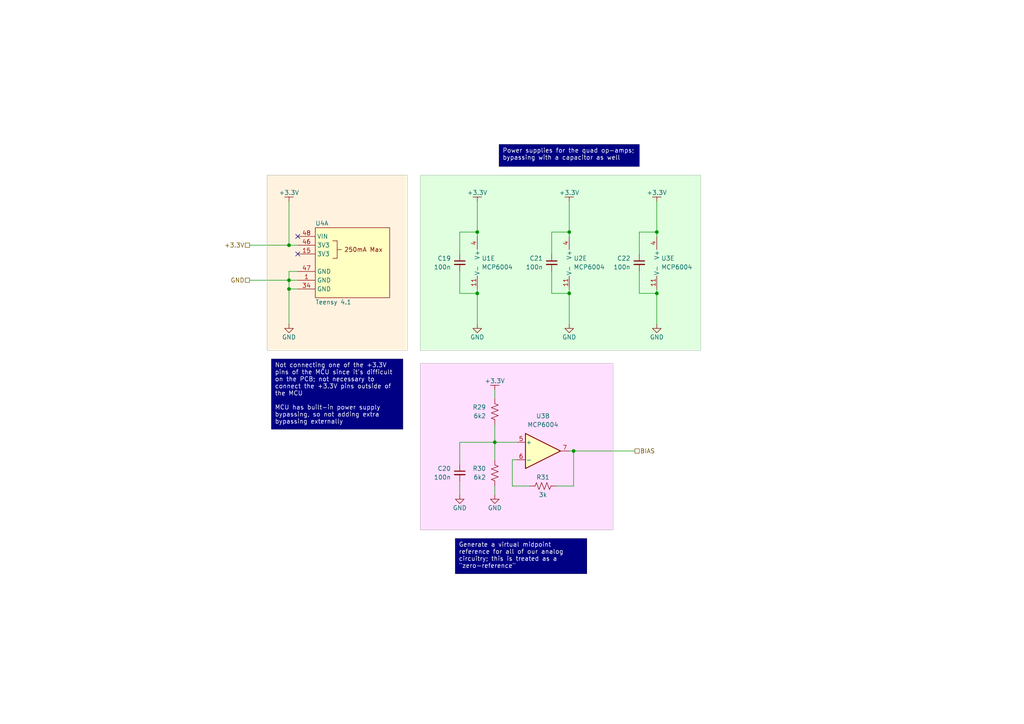
<source format=kicad_sch>
(kicad_sch (version 20230121) (generator eeschema)
  (paper "A4")
  (title_block (title "Digital Audio Effects Processor") (date "2023-11-26") (rev "A") (company "Ishaan Govindarajan"))
  (lib_symbols
    (symbol "Custom-AnalogIC:MCP6004" (pin_names (offset 0.127))
      (property "Reference" "U" (at 0 5.08 0))
      (property "Value" "MCP6004" (at 0 -5.08 0))
      (symbol "MCP6004_1_1"
        (polyline (pts (xy -5.08 5.08) (xy 5.08 0) (xy -5.08 -5.08) (xy -5.08 5.08)) (stroke (width 0.254)) (fill (type background)))
        (pin output line (at 7.62 0 180) (length 2.54) (name "~") (number "1"))
        (pin input line (at -7.62 -2.54 0) (length 2.54) (name "-") (number "2"))
        (pin input line (at -7.62 2.54 0) (length 2.54) (name "+") (number "3"))
      )
      (symbol "MCP6004_2_1"
        (polyline (pts (xy -5.08 5.08) (xy 5.08 0) (xy -5.08 -5.08) (xy -5.08 5.08)) (stroke (width 0.254)) (fill (type background)))
        (pin input line (at -7.62 2.54 0) (length 2.54) (name "+") (number "5"))
        (pin input line (at -7.62 -2.54 0) (length 2.54) (name "-") (number "6"))
        (pin output line (at 7.62 0 180) (length 2.54) (name "~") (number "7"))
      )
      (symbol "MCP6004_3_1"
        (polyline (pts (xy -5.08 5.08) (xy 5.08 0) (xy -5.08 -5.08) (xy -5.08 5.08)) (stroke (width 0.254)) (fill (type background)))
        (pin input line (at -7.62 2.54 0) (length 2.54) (name "+") (number "10"))
        (pin output line (at 7.62 0 180) (length 2.54) (name "~") (number "8"))
        (pin input line (at -7.62 -2.54 0) (length 2.54) (name "-") (number "9"))
      )
      (symbol "MCP6004_4_1"
        (polyline (pts (xy -5.08 5.08) (xy 5.08 0) (xy -5.08 -5.08) (xy -5.08 5.08)) (stroke (width 0.254)) (fill (type background)))
        (pin input line (at -7.62 2.54 0) (length 2.54) (name "+") (number "12"))
        (pin input line (at -7.62 -2.54 0) (length 2.54) (name "-") (number "13"))
        (pin output line (at 7.62 0 180) (length 2.54) (name "~") (number "14"))
      )
      (symbol "MCP6004_5_1"
        (pin power_in line (at -2.54 -7.62 90) (length 3.81) (name "V-") (number "11"))
        (pin power_in line (at -2.54 7.62 270) (length 3.81) (name "V+") (number "4"))
      )
    )
    (symbol "Custom-CapacitorTHT:R82DC3100AA50J" (pin_numbers hide) (pin_names (offset 0.254) hide)
      (property "Reference" "C" (at 0.254 1.778 0))
      (property "Value" "100n" (at 0.254 -2.032 0))
      (symbol "R82DC3100AA50J_0_1"
        (polyline (pts (xy -1.524 -0.508) (xy 1.524 -0.508)) (stroke (width 0.3302)))
        (polyline (pts (xy -1.524 0.508) (xy 1.524 0.508)) (stroke (width 0.3048)))
      )
      (symbol "R82DC3100AA50J_1_1"
        (pin passive line (at 0 2.54 270) (length 2.032) (name "~") (number "1"))
        (pin passive line (at 0 -2.54 90) (length 2.032) (name "~") (number "2"))
      )
    )
    (symbol "Custom-PwrSym:+3.3V" (power) (pin_names (offset 0))
      (property "Value" "+3.3V" (at 0 2.54 0))
      (symbol "+3.3V_0_1"
        (polyline (pts (xy -1.27 1.27) (xy 1.27 1.27)))
        (polyline (pts (xy 0 0) (xy 0 1.27)))
      )
      (symbol "+3.3V_1_1"
        (pin power_in line (at 0 0 90) (length 0) hide (name "+3.3V") (number "1"))
      )
    )
    (symbol "Custom-ResistorTHT:MFR-25FRF52-3K" (pin_numbers hide) (pin_names (offset 0))
      (property "Reference" "R" (at 2.54 0 90))
      (property "Value" "3k" (at -2.54 0 90))
      (symbol "MFR-25FRF52-3K_0_1"
        (polyline (pts (xy 0 -2.286) (xy 0 -2.54)))
        (polyline (pts (xy 0 2.286) (xy 0 2.54)))
        (polyline (pts (xy 0 -0.762) (xy 1.016 -1.143) (xy 0 -1.524) (xy -1.016 -1.905) (xy 0 -2.286)))
        (polyline (pts (xy 0 0.762) (xy 1.016 0.381) (xy 0 0) (xy -1.016 -0.381) (xy 0 -0.762)))
        (polyline (pts (xy 0 2.286) (xy 1.016 1.905) (xy 0 1.524) (xy -1.016 1.143) (xy 0 0.762)))
      )
      (symbol "MFR-25FRF52-3K_1_1"
        (pin passive line (at 0 3.81 270) (length 1.27) (name "~") (number "1"))
        (pin passive line (at 0 -3.81 90) (length 1.27) (name "~") (number "2"))
      )
    )
    (symbol "Custom-ResistorTHT:MFR-25FRF52-6K2" (pin_numbers hide) (pin_names (offset 0))
      (property "Reference" "R" (at 2.54 0 90))
      (property "Value" "6k2" (at -2.54 0 90))
      (symbol "MFR-25FRF52-6K2_0_1"
        (polyline (pts (xy 0 -2.286) (xy 0 -2.54)))
        (polyline (pts (xy 0 2.286) (xy 0 2.54)))
        (polyline (pts (xy 0 -0.762) (xy 1.016 -1.143) (xy 0 -1.524) (xy -1.016 -1.905) (xy 0 -2.286)))
        (polyline (pts (xy 0 0.762) (xy 1.016 0.381) (xy 0 0) (xy -1.016 -0.381) (xy 0 -0.762)))
        (polyline (pts (xy 0 2.286) (xy 1.016 1.905) (xy 0 1.524) (xy -1.016 1.143) (xy 0 0.762)))
      )
      (symbol "MFR-25FRF52-6K2_1_1"
        (pin passive line (at 0 3.81 270) (length 1.27) (name "~") (number "1"))
        (pin passive line (at 0 -3.81 90) (length 1.27) (name "~") (number "2"))
      )
    )
    (symbol "Daughterboards:Teensy_4_1_Basic"
      (property "Reference" "U" (at -13.97 19.05 0))
      (property "Value" "Teensy 4.1" (at 10.16 -19.05 0))
      (symbol "Teensy_4_1_Basic_0_1"
        (rectangle (start -10.16 -7.62) (end -10.16 -7.62))
      )
      (symbol "Teensy_4_1_Basic_1_0"
        (pin power_out line (at -15.24 -5.08 0) (length 5.08) (name "GND") (number "1"))
        (pin power_out line (at -15.24 2.54 0) (length 5.08) (name "3V3") (number "15"))
        (pin power_out line (at -15.24 -7.62 0) (length 5.08) (name "GND") (number "34"))
        (pin power_out line (at -15.24 5.08 0) (length 5.08) (name "3V3") (number "46"))
        (pin power_out line (at -15.24 -2.54 0) (length 5.08) (name "GND") (number "47"))
        (pin power_out line (at -15.24 7.62 0) (length 5.08) (name "VIN") (number "48"))
      )
      (symbol "Teensy_4_1_Basic_1_1"
        (rectangle (start -10.16 10.16) (end 11.43 -10.16) (fill (type background)))
        (polyline (pts (xy -5.08 1.27) (xy -3.81 1.27)))
        (polyline (pts (xy -3.81 3.81) (xy -2.54 3.81)))
        (polyline (pts (xy -3.81 6.35) (xy -5.08 6.35)))
        (polyline (pts (xy -3.81 6.35) (xy -3.81 1.27)))
        (text "250mA Max" (at 3.81 3.81 0) (effects (font (size 1.27 1.27))))
      )
      (symbol "Teensy_4_1_Basic_2_0"
        (pin bidirectional line (at -20.32 -5.08 0) (length 5.08) (name "~PIN_8") (number "10"))
        (pin bidirectional line (at -20.32 -7.62 0) (length 5.08) (name "~PIN_9") (number "11"))
        (pin bidirectional line (at -20.32 -10.16 0) (length 5.08) (name "~PIN_10") (number "12"))
        (pin bidirectional line (at -20.32 -12.7 0) (length 5.08) (name "~PIN_11") (number "13"))
        (pin bidirectional line (at -20.32 -15.24 0) (length 5.08) (name "~PIN_12") (number "14"))
        (pin bidirectional line (at -20.32 15.24 0) (length 5.08) (name "~PIN_0") (number "2"))
        (pin bidirectional line (at 20.32 -12.7 180) (length 5.08) (name "~PIN_13") (number "35"))
        (pin bidirectional line (at 20.32 -10.16 180) (length 5.08) (name "~(A0)PIN_14") (number "36"))
        (pin bidirectional line (at 20.32 -7.62 180) (length 5.08) (name "~(A1)PIN_15") (number "37"))
        (pin bidirectional line (at 20.32 -5.08 180) (length 5.08) (name "(A2)PIN_16") (number "38"))
        (pin bidirectional line (at 20.32 -2.54 180) (length 5.08) (name "(A3)PIN_17") (number "39"))
        (pin bidirectional line (at 20.32 0 180) (length 5.08) (name "(A4)PIN_18") (number "40"))
        (pin bidirectional line (at 20.32 2.54 180) (length 5.08) (name "(A5)PIN_19") (number "41"))
        (pin bidirectional line (at 20.32 5.08 180) (length 5.08) (name "(A6)PIN_20") (number "42"))
        (pin bidirectional line (at 20.32 7.62 180) (length 5.08) (name "(A7)PIN_21") (number "43"))
        (pin bidirectional line (at 20.32 10.16 180) (length 5.08) (name "(A8)PIN_22") (number "44"))
        (pin bidirectional line (at 20.32 12.7 180) (length 5.08) (name "(A9)PIN_23") (number "45"))
        (pin bidirectional line (at -20.32 7.62 0) (length 5.08) (name "~PIN_3") (number "5"))
        (pin bidirectional line (at -20.32 5.08 0) (length 5.08) (name "~PIN_4") (number "6"))
        (pin bidirectional line (at -20.32 2.54 0) (length 5.08) (name "~PIN_5") (number "7"))
        (pin bidirectional line (at -20.32 0 0) (length 5.08) (name "~PIN_6") (number "8"))
        (pin bidirectional line (at -20.32 -2.54 0) (length 5.08) (name "~PIN_7") (number "9"))
      )
      (symbol "Teensy_4_1_Basic_2_1"
        (rectangle (start -15.24 17.78) (end 15.24 -17.78) (fill (type background)))
        (pin bidirectional line (at -20.32 12.7 0) (length 5.08) (name "~PIN_1") (number "3"))
        (pin bidirectional line (at -20.32 10.16 0) (length 5.08) (name "~PIN_2") (number "4"))
      )
      (symbol "Teensy_4_1_Basic_3_0"
        (pin bidirectional line (at -20.32 10.16 0) (length 5.08) (name "~PIN_24(A10)") (number "16"))
        (pin bidirectional line (at -20.32 7.62 0) (length 5.08) (name "~PIN_25(A11)") (number "17"))
        (pin bidirectional line (at -20.32 5.08 0) (length 5.08) (name "PIN_26(A12)") (number "18"))
        (pin bidirectional line (at -20.32 2.54 0) (length 5.08) (name "PIN_27(A13)") (number "19"))
        (pin bidirectional line (at -20.32 0 0) (length 5.08) (name "~PIN_28") (number "20"))
        (pin bidirectional line (at -20.32 -2.54 0) (length 5.08) (name "~PIN_29") (number "21"))
        (pin bidirectional line (at -20.32 -5.08 0) (length 5.08) (name "PIN_30") (number "22"))
        (pin bidirectional line (at -20.32 -7.62 0) (length 5.08) (name "PIN_31") (number "23"))
        (pin bidirectional line (at -20.32 -10.16 0) (length 5.08) (name "PIN_32") (number "24"))
        (pin bidirectional line (at 20.32 -10.16 180) (length 5.08) (name "~PIN_33") (number "25"))
        (pin bidirectional line (at 20.32 -7.62 180) (length 5.08) (name "PIN_34") (number "26"))
        (pin bidirectional line (at 20.32 -5.08 180) (length 5.08) (name "PIN_35") (number "27"))
        (pin bidirectional line (at 20.32 -2.54 180) (length 5.08) (name "~PIN_36") (number "28"))
        (pin bidirectional line (at 20.32 0 180) (length 5.08) (name "~PIN_37") (number "29"))
        (pin bidirectional line (at 20.32 2.54 180) (length 5.08) (name "(A14)PIN_38") (number "30"))
        (pin bidirectional line (at 20.32 5.08 180) (length 5.08) (name "(A15)PIN_39") (number "31"))
        (pin bidirectional line (at 20.32 7.62 180) (length 5.08) (name "(A16)PIN_40") (number "32"))
        (pin bidirectional line (at 20.32 10.16 180) (length 5.08) (name "(A17)PIN_41") (number "33"))
      )
      (symbol "Teensy_4_1_Basic_3_1"
        (rectangle (start -15.24 12.7) (end 15.24 -12.7) (fill (type background)))
      )
    )
    (symbol "power:GND" (power) (pin_names (offset 0))
      (property "Value" "GND" (at 0 -3.81 0))
      (symbol "GND_0_1"
        (polyline (pts (xy 0 0) (xy 0 -1.27) (xy 1.27 -1.27) (xy 0 -2.54) (xy -1.27 -1.27) (xy 0 -1.27)))
      )
      (symbol "GND_1_1"
        (pin power_in line (at 0 0 270) (length 0) hide (name "GND") (number "1"))
      )
    )
  )
  (junction (at 166.37 130.81))
  (junction (at 143.51 128.27))
  (junction (at 83.82 71.12))
  (junction (at 138.43 67.31))
  (junction (at 83.82 83.82))
  (junction (at 165.1 85.09))
  (junction (at 190.5 85.09))
  (junction (at 138.43 85.09))
  (junction (at 83.82 81.28))
  (junction (at 190.5 67.31))
  (junction (at 165.1 67.31))
  (no_connect (at 86.36 73.66))
  (no_connect (at 86.36 68.58))
  (wire (pts (xy 190.5 67.31) (xy 185.42 67.31)))
  (wire (pts (xy 185.42 78.74) (xy 185.42 85.09)))
  (wire (pts (xy 83.82 81.28) (xy 86.36 81.28)))
  (wire (pts (xy 143.51 123.19) (xy 143.51 128.27)))
  (wire (pts (xy 138.43 67.31) (xy 138.43 68.58)))
  (wire (pts (xy 160.02 67.31) (xy 160.02 73.66)))
  (wire (pts (xy 138.43 67.31) (xy 133.35 67.31)))
  (wire (pts (xy 148.59 140.97) (xy 153.67 140.97)))
  (wire (pts (xy 143.51 128.27) (xy 133.35 128.27)))
  (wire (pts (xy 83.82 83.82) (xy 86.36 83.82)))
  (wire (pts (xy 143.51 140.97) (xy 143.51 143.51)))
  (wire (pts (xy 190.5 83.82) (xy 190.5 85.09)))
  (wire (pts (xy 72.39 71.12) (xy 83.82 71.12)))
  (wire (pts (xy 166.37 130.81) (xy 165.1 130.81)))
  (wire (pts (xy 185.42 67.31) (xy 185.42 73.66)))
  (wire (pts (xy 133.35 85.09) (xy 138.43 85.09)))
  (wire (pts (xy 72.39 81.28) (xy 83.82 81.28)))
  (wire (pts (xy 165.1 58.42) (xy 165.1 67.31)))
  (wire (pts (xy 190.5 58.42) (xy 190.5 67.31)))
  (wire (pts (xy 166.37 140.97) (xy 166.37 130.81)))
  (wire (pts (xy 165.1 67.31) (xy 160.02 67.31)))
  (wire (pts (xy 138.43 83.82) (xy 138.43 85.09)))
  (wire (pts (xy 83.82 58.42) (xy 83.82 71.12)))
  (wire (pts (xy 133.35 67.31) (xy 133.35 73.66)))
  (wire (pts (xy 190.5 85.09) (xy 190.5 93.98)))
  (wire (pts (xy 149.86 133.35) (xy 148.59 133.35)))
  (wire (pts (xy 166.37 130.81) (xy 184.15 130.81)))
  (wire (pts (xy 83.82 71.12) (xy 86.36 71.12)))
  (wire (pts (xy 143.51 128.27) (xy 143.51 133.35)))
  (wire (pts (xy 138.43 58.42) (xy 138.43 67.31)))
  (wire (pts (xy 133.35 139.7) (xy 133.35 143.51)))
  (wire (pts (xy 190.5 67.31) (xy 190.5 68.58)))
  (wire (pts (xy 160.02 85.09) (xy 165.1 85.09)))
  (wire (pts (xy 160.02 78.74) (xy 160.02 85.09)))
  (wire (pts (xy 83.82 83.82) (xy 83.82 93.98)))
  (wire (pts (xy 138.43 85.09) (xy 138.43 93.98)))
  (wire (pts (xy 143.51 113.03) (xy 143.51 115.57)))
  (wire (pts (xy 83.82 81.28) (xy 83.82 83.82)))
  (wire (pts (xy 165.1 83.82) (xy 165.1 85.09)))
  (wire (pts (xy 83.82 78.74) (xy 83.82 81.28)))
  (wire (pts (xy 133.35 78.74) (xy 133.35 85.09)))
  (wire (pts (xy 148.59 133.35) (xy 148.59 140.97)))
  (wire (pts (xy 133.35 128.27) (xy 133.35 134.62)))
  (wire (pts (xy 161.29 140.97) (xy 166.37 140.97)))
  (wire (pts (xy 165.1 67.31) (xy 165.1 68.58)))
  (wire (pts (xy 143.51 128.27) (xy 149.86 128.27)))
  (wire (pts (xy 185.42 85.09) (xy 190.5 85.09)))
  (wire (pts (xy 86.36 78.74) (xy 83.82 78.74)))
  (wire (pts (xy 165.1 85.09) (xy 165.1 93.98)))
  (rectangle (start 121.92 105.41) (end 177.8 153.67) (stroke (width 0) (color 200 175 200 1)) (fill (type color) (color 255 223 255 1)))
  (rectangle (start 121.92 50.8) (end 203.2 101.6) (stroke (width 0) (color 175 200 175 1)) (fill (type color) (color 223 255 223 1)))
  (rectangle (start 77.47 50.8) (end 118.11 101.6) (stroke (width 0) (color 200 190 175 1)) (fill (type color) (color 255 242 223 1)))
  (text_box "Power supplies for the quad op-amps; bypassing with a capacitor as well" (at 144.78 41.91 0) (size 40.64 6.35) (stroke (width 0) (color 0 0 72 1)) (fill (type color) (color 0 0 132 1)) (effects (font (size 1.27 1.27)) (justify left top)))
  (text_box "Generate a virtual midpoint reference for all of our analog circuitry; this is treated as a \"zero-reference\"" (at 132.08 156.21 0) (size 38.1 10.16) (stroke (width 0) (color 0 0 72 1)) (fill (type color) (color 0 0 132 1)) (effects (font (size 1.27 1.27)) (justify left top)))
  (text_box "Not connecting one of the +3.3V pins of the MCU since it's difficult on the PCB; not necessary to connect the +3.3V pins outside of the MCU\n\nMCU has built-in power supply bypassing, so not adding extra bypassing externally" (at 78.74 104.14 0) (size 38.1 20.32) (stroke (width 0) (color 0 0 72 1)) (fill (type color) (color 0 0 132 1)) (effects (font (size 1.27 1.27)) (justify left top)))
  (hierarchical_label "+3.3V" (shape passive) (at 72.39 71.12 180))
  (hierarchical_label "GND" (shape passive) (at 72.39 81.28 180))
  (hierarchical_label "BIAS" (shape passive) (at 184.15 130.81 0))
  (symbol (lib_id "Custom-PwrSym:+3.3V") (at 143.51 113.03 0) (unit 1)
    (property "Reference" "#PWR016" (effects hide))
    (property "Value" "+3.3V" (at 143.51 110.49 0))
  )
  (symbol (lib_id "power:GND") (at 165.1 93.98 0) (unit 1)
    (property "Reference" "#PWR019" (effects hide))
    (property "Value" "GND" (at 165.1 97.79 0))
  )
  (symbol (lib_id "Daughterboards:Teensy_4_1_Basic") (at 101.6 76.2 0) (unit 1)
    (property "Reference" "U4" (at 91.44 64.77 0) (effects (justify left)))
    (property "Value" "Teensy 4.1" (at 91.44 87.63 0) (effects (justify left)))
    (property "Footprint" "Daughterboards:Teensy_4_1_Basic_Socket" (effects hide))
    (property "Datasheet" "https://www.pjrc.com/store/teensy41.html" (effects hide))
    (property "Manufacturer" "SparkFun Electronics" (effects hide))
    (property "Part Number" "DEV-20359" (effects hide))
  )
  (symbol (lib_id "Custom-CapacitorTHT:R82DC3100AA50J") (at 133.35 76.2 0) (unit 1)
    (property "Reference" "C19" (at 130.81 74.9363 0) (effects (justify right)))
    (property "Value" "100n" (at 130.81 77.4763 0) (effects (justify right)))
    (property "Footprint" "Custom-RLC:C_Rect_L7.2mm_W2.5mm_H6.6mm_P5.00mm_MODIFIED" (effects hide))
    (property "Datasheet" "https://connect.kemet.com:7667/gateway/IntelliData-ComponentDocumentation/1.0/download/datasheet/R82EC2100AA50J" (effects hide))
    (property "Manufacturer" "KEMET" (effects hide))
    (property "Part Number" "R82DC3100AA50J" (effects hide))
  )
  (symbol (lib_id "power:GND") (at 83.82 93.98 0) (unit 1)
    (property "Reference" "#PWR012" (effects hide))
    (property "Value" "GND" (at 83.82 97.79 0))
  )
  (symbol (lib_id "Custom-ResistorTHT:MFR-25FRF52-6K2") (at 143.51 137.16 0) (unit 1)
    (property "Reference" "R30" (at 140.97 135.89 0) (effects (justify right)))
    (property "Value" "6k2" (at 140.97 138.43 0) (effects (justify right)))
    (property "Footprint" "Resistor_THT:R_Axial_DIN0207_L6.3mm_D2.5mm_P10.16mm_Horizontal" (effects hide))
    (property "Datasheet" "https://www.yageo.com/upload/media/product/productsearch/datasheet/lr/YAGEO%20MFR_datasheet_2023v3.pdf" (effects hide))
    (property "Manufacturer" "YAGEO" (effects hide))
    (property "Part Number" "MFR-25FRF52-6K2" (effects hide))
  )
  (symbol (lib_id "power:GND") (at 143.51 143.51 0) (unit 1)
    (property "Reference" "#PWR017" (effects hide))
    (property "Value" "GND" (at 143.51 147.32 0))
  )
  (symbol (lib_id "power:GND") (at 133.35 143.51 0) (unit 1)
    (property "Reference" "#PWR013" (effects hide))
    (property "Value" "GND" (at 133.35 147.32 0))
  )
  (symbol (lib_id "Custom-CapacitorTHT:R82DC3100AA50J") (at 133.35 137.16 0) (unit 1)
    (property "Reference" "C20" (at 130.81 135.8963 0) (effects (justify right)))
    (property "Value" "100n" (at 130.81 138.4363 0) (effects (justify right)))
    (property "Footprint" "Custom-RLC:C_Rect_L7.2mm_W2.5mm_H6.6mm_P5.00mm_MODIFIED" (effects hide))
    (property "Datasheet" "https://connect.kemet.com:7667/gateway/IntelliData-ComponentDocumentation/1.0/download/datasheet/R82EC2100AA50J" (effects hide))
    (property "Manufacturer" "KEMET" (effects hide))
    (property "Part Number" "R82DC3100AA50J" (effects hide))
  )
  (symbol (lib_id "Custom-PwrSym:+3.3V") (at 138.43 58.42 0) (unit 1)
    (property "Reference" "#PWR014" (effects hide))
    (property "Value" "+3.3V" (at 138.43 55.88 0))
  )
  (symbol (lib_id "Custom-PwrSym:+3.3V") (at 165.1 58.42 0) (unit 1)
    (property "Reference" "#PWR018" (effects hide))
    (property "Value" "+3.3V" (at 165.1 55.88 0))
  )
  (symbol (lib_id "Custom-PwrSym:+3.3V") (at 190.5 58.42 0) (unit 1)
    (property "Reference" "#PWR020" (effects hide))
    (property "Value" "+3.3V" (at 190.5 55.88 0))
  )
  (symbol (lib_id "Custom-AnalogIC:MCP6004") (at 140.97 76.2 0) (unit 5)
    (property "Reference" "U1" (at 139.7 74.93 0) (effects (justify left)))
    (property "Value" "MCP6004" (at 139.7 77.47 0) (effects (justify left)))
    (property "Footprint" "Custom-IC:DIP-14_W7.62mm_Socket_LongPads_IC" (effects hide))
    (property "Datasheet" "https://ww1.microchip.com/downloads/en/DeviceDoc/MCP6001-1R-1U-2-4-1-MHz-Low-Power-Op-Amp-DS20001733L.pdf" (effects hide))
    (property "Manufacturer" "Microchip Technology" (effects hide))
    (property "Part Number" "MCP6004-I/P" (effects hide))
  )
  (symbol (lib_id "power:GND") (at 190.5 93.98 0) (unit 1)
    (property "Reference" "#PWR021" (effects hide))
    (property "Value" "GND" (at 190.5 97.79 0))
  )
  (symbol (lib_id "Custom-PwrSym:+3.3V") (at 83.82 58.42 0) (unit 1)
    (property "Reference" "#PWR011" (effects hide))
    (property "Value" "+3.3V" (at 83.82 55.88 0))
  )
  (symbol (lib_id "Custom-CapacitorTHT:R82DC3100AA50J") (at 185.42 76.2 0) (unit 1)
    (property "Reference" "C22" (at 182.88 74.9363 0) (effects (justify right)))
    (property "Value" "100n" (at 182.88 77.4763 0) (effects (justify right)))
    (property "Footprint" "Custom-RLC:C_Rect_L7.2mm_W2.5mm_H6.6mm_P5.00mm_MODIFIED" (effects hide))
    (property "Datasheet" "https://connect.kemet.com:7667/gateway/IntelliData-ComponentDocumentation/1.0/download/datasheet/R82EC2100AA50J" (effects hide))
    (property "Manufacturer" "KEMET" (effects hide))
    (property "Part Number" "R82DC3100AA50J" (effects hide))
  )
  (symbol (lib_id "Custom-AnalogIC:MCP6004") (at 193.04 76.2 0) (unit 5)
    (property "Reference" "U3" (at 191.77 74.93 0) (effects (justify left)))
    (property "Value" "MCP6004" (at 191.77 77.47 0) (effects (justify left)))
    (property "Footprint" "Custom-IC:DIP-14_W7.62mm_Socket_LongPads_IC" (effects hide))
    (property "Datasheet" "https://ww1.microchip.com/downloads/en/DeviceDoc/MCP6001-1R-1U-2-4-1-MHz-Low-Power-Op-Amp-DS20001733L.pdf" (effects hide))
    (property "Manufacturer" "Microchip Technology" (effects hide))
    (property "Part Number" "MCP6004-I/P" (effects hide))
  )
  (symbol (lib_id "Custom-ResistorTHT:MFR-25FRF52-6K2") (at 143.51 119.38 0) (unit 1)
    (property "Reference" "R29" (at 140.97 118.11 0) (effects (justify right)))
    (property "Value" "6k2" (at 140.97 120.65 0) (effects (justify right)))
    (property "Footprint" "Resistor_THT:R_Axial_DIN0207_L6.3mm_D2.5mm_P10.16mm_Horizontal" (effects hide))
    (property "Datasheet" "https://www.yageo.com/upload/media/product/productsearch/datasheet/lr/YAGEO%20MFR_datasheet_2023v3.pdf" (effects hide))
    (property "Manufacturer" "YAGEO" (effects hide))
    (property "Part Number" "MFR-25FRF52-6K2" (effects hide))
  )
  (symbol (lib_id "Custom-AnalogIC:MCP6004") (at 167.64 76.2 0) (unit 5)
    (property "Reference" "U2" (at 166.37 74.93 0) (effects (justify left)))
    (property "Value" "MCP6004" (at 166.37 77.47 0) (effects (justify left)))
    (property "Footprint" "Custom-IC:DIP-14_W7.62mm_Socket_LongPads_IC" (effects hide))
    (property "Datasheet" "https://ww1.microchip.com/downloads/en/DeviceDoc/MCP6001-1R-1U-2-4-1-MHz-Low-Power-Op-Amp-DS20001733L.pdf" (effects hide))
    (property "Manufacturer" "Microchip Technology" (effects hide))
    (property "Part Number" "MCP6004-I/P" (effects hide))
  )
  (symbol (lib_id "Custom-CapacitorTHT:R82DC3100AA50J") (at 160.02 76.2 0) (unit 1)
    (property "Reference" "C21" (at 157.48 74.9363 0) (effects (justify right)))
    (property "Value" "100n" (at 157.48 77.4763 0) (effects (justify right)))
    (property "Footprint" "Custom-RLC:C_Rect_L7.2mm_W2.5mm_H6.6mm_P5.00mm_MODIFIED" (effects hide))
    (property "Datasheet" "https://connect.kemet.com:7667/gateway/IntelliData-ComponentDocumentation/1.0/download/datasheet/R82EC2100AA50J" (effects hide))
    (property "Manufacturer" "KEMET" (effects hide))
    (property "Part Number" "R82DC3100AA50J" (effects hide))
  )
  (symbol (lib_id "Custom-AnalogIC:MCP6004") (at 157.48 130.81 0) (unit 2)
    (property "Reference" "U3" (at 157.48 120.65 0))
    (property "Value" "MCP6004" (at 157.48 123.19 0))
    (property "Footprint" "Custom-IC:DIP-14_W7.62mm_Socket_LongPads_IC" (effects hide))
    (property "Datasheet" "https://ww1.microchip.com/downloads/en/DeviceDoc/MCP6001-1R-1U-2-4-1-MHz-Low-Power-Op-Amp-DS20001733L.pdf" (effects hide))
    (property "Manufacturer" "Microchip Technology" (effects hide))
    (property "Part Number" "MCP6004-I/P" (effects hide))
  )
  (symbol (lib_id "Custom-ResistorTHT:MFR-25FRF52-3K") (at 157.48 140.97 90) (unit 1)
    (property "Reference" "R31" (at 157.48 138.43 90))
    (property "Value" "3k" (at 157.48 143.51 90))
    (property "Footprint" "Resistor_THT:R_Axial_DIN0207_L6.3mm_D2.5mm_P10.16mm_Horizontal" (effects hide))
    (property "Datasheet" "https://www.yageo.com/upload/media/product/productsearch/datasheet/lr/YAGEO%20MFR_datasheet_2023v3.pdf" (effects hide))
    (property "Manufacturer" "YAGEO" (effects hide))
    (property "Part Number" "MFR-25FRF52-3K" (effects hide))
  )
  (symbol (lib_id "power:GND") (at 138.43 93.98 0) (unit 1)
    (property "Reference" "#PWR015" (effects hide))
    (property "Value" "GND" (at 138.43 97.79 0))
  )
)
</source>
